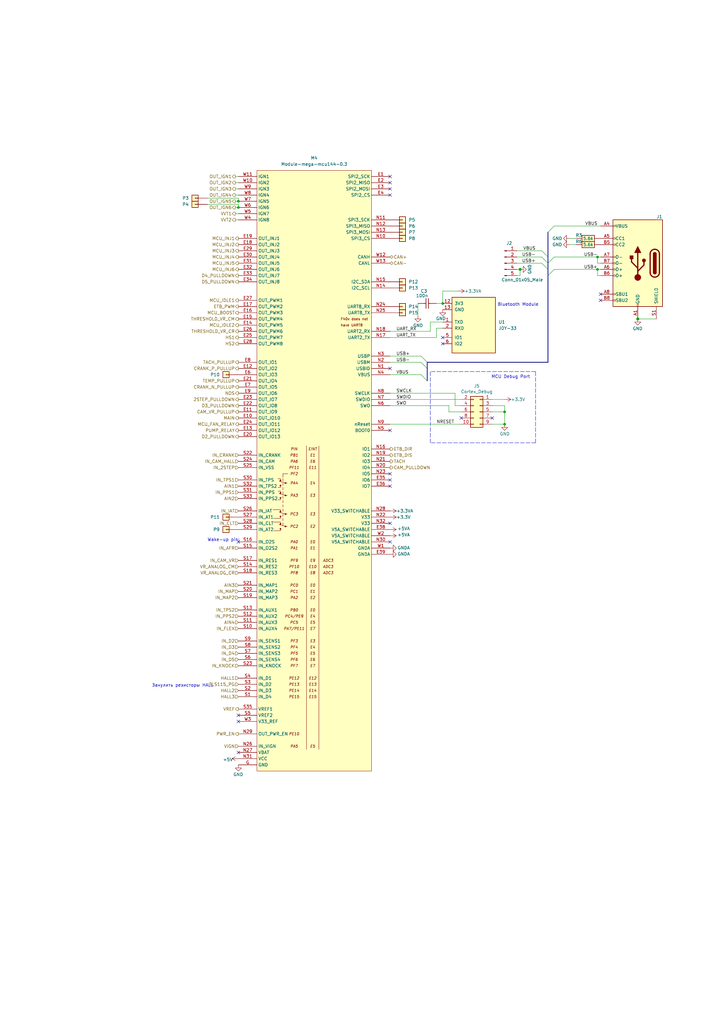
<source format=kicad_sch>
(kicad_sch (version 20230121) (generator eeschema)
  (paper "A3" portrait)
  (lib_symbols
    (symbol "Connector:Conn_01x05_Male" (pin_names (offset 1.016) hide)
      (property "Reference" "J" (at 0 7.62 0))
      (property "Value" "Conn_01x05_Male" (at 0 -7.62 0))
      (symbol "Conn_01x05_Male_1_1"
        (polyline (pts (xy 1.27 -5.08) (xy 0.8636 -5.08)) (stroke (width 0.1524)))
        (polyline (pts (xy 1.27 -2.54) (xy 0.8636 -2.54)) (stroke (width 0.1524)))
        (polyline (pts (xy 1.27 0) (xy 0.8636 0)) (stroke (width 0.1524)))
        (polyline (pts (xy 1.27 2.54) (xy 0.8636 2.54)) (stroke (width 0.1524)))
        (polyline (pts (xy 1.27 5.08) (xy 0.8636 5.08)) (stroke (width 0.1524)))
        (rectangle (start 0.8636 -4.953) (end 0 -5.207) (stroke (width 0.1524)) (fill (type outline)))
        (rectangle (start 0.8636 -2.413) (end 0 -2.667) (stroke (width 0.1524)) (fill (type outline)))
        (rectangle (start 0.8636 0.127) (end 0 -0.127) (stroke (width 0.1524)) (fill (type outline)))
        (rectangle (start 0.8636 2.667) (end 0 2.413) (stroke (width 0.1524)) (fill (type outline)))
        (rectangle (start 0.8636 5.207) (end 0 4.953) (stroke (width 0.1524)) (fill (type outline)))
        (pin passive line (at 5.08 5.08 180) (length 3.81) (name "Pin_1") (number "1"))
        (pin passive line (at 5.08 2.54 180) (length 3.81) (name "Pin_2") (number "2"))
        (pin passive line (at 5.08 0 180) (length 3.81) (name "Pin_3") (number "3"))
        (pin passive line (at 5.08 -2.54 180) (length 3.81) (name "Pin_4") (number "4"))
        (pin passive line (at 5.08 -5.08 180) (length 3.81) (name "Pin_5") (number "5"))
      )
    )
    (symbol "Connector:USB_C_Receptacle_USB2.0" (pin_names (offset 1.016))
      (property "Reference" "J" (at -10.16 19.05 0))
      (property "Value" "USB_C_Receptacle_USB2.0" (at 19.05 19.05 0))
      (symbol "USB_C_Receptacle_USB2.0_0_0"
        (rectangle (start -0.254 -17.78) (end 0.254 -16.764))
        (rectangle (start 10.16 -14.986) (end 9.144 -15.494))
        (rectangle (start 10.16 -12.446) (end 9.144 -12.954))
        (rectangle (start 10.16 -4.826) (end 9.144 -5.334))
        (rectangle (start 10.16 -2.286) (end 9.144 -2.794))
        (rectangle (start 10.16 0.254) (end 9.144 -0.254))
        (rectangle (start 10.16 2.794) (end 9.144 2.286))
        (rectangle (start 10.16 7.874) (end 9.144 7.366))
        (rectangle (start 10.16 10.414) (end 9.144 9.906))
        (rectangle (start 10.16 15.494) (end 9.144 14.986))
      )
      (symbol "USB_C_Receptacle_USB2.0_0_1"
        (rectangle (start -10.16 17.78) (end 10.16 -17.78) (stroke (width 0.254)) (fill (type background)))
        (arc (start -8.89 -3.81) (mid -6.985 -5.7067) (end -5.08 -3.81) (stroke (width 0.508)))
        (arc (start -7.62 -3.81) (mid -6.985 -4.4423) (end -6.35 -3.81) (stroke (width 0.254)))
        (arc (start -7.62 -3.81) (mid -6.985 -4.4423) (end -6.35 -3.81) (stroke (width 0.254)) (fill (type outline)))
        (rectangle (start -7.62 -3.81) (end -6.35 3.81) (stroke (width 0.254)) (fill (type outline)))
        (arc (start -6.35 3.81) (mid -6.985 4.4423) (end -7.62 3.81) (stroke (width 0.254)))
        (arc (start -6.35 3.81) (mid -6.985 4.4423) (end -7.62 3.81) (stroke (width 0.254)) (fill (type outline)))
        (arc (start -5.08 3.81) (mid -6.985 5.7067) (end -8.89 3.81) (stroke (width 0.508)))
        (circle (center -2.54 1.143) (radius 0.635) (stroke (width 0.254)) (fill (type outline)))
        (circle (center 0 -5.842) (radius 1.27) (fill (type outline)))
        (polyline (pts (xy -8.89 -3.81) (xy -8.89 3.81)) (stroke (width 0.508)))
        (polyline (pts (xy -5.08 3.81) (xy -5.08 -3.81)) (stroke (width 0.508)))
        (polyline (pts (xy 0 -5.842) (xy 0 4.318)) (stroke (width 0.508)))
        (polyline (pts (xy 0 -3.302) (xy -2.54 -0.762) (xy -2.54 0.508)) (stroke (width 0.508)))
        (polyline (pts (xy 0 -2.032) (xy 2.54 0.508) (xy 2.54 1.778)) (stroke (width 0.508)))
        (polyline (pts (xy -1.27 4.318) (xy 0 6.858) (xy 1.27 4.318) (xy -1.27 4.318)) (stroke (width 0.254)) (fill (type outline)))
        (rectangle (start 1.905 1.778) (end 3.175 3.048) (stroke (width 0.254)) (fill (type outline)))
      )
      (symbol "USB_C_Receptacle_USB2.0_1_1"
        (pin passive line (at 0 -22.86 90) (length 5.08) (name "GND") (number "A1"))
        (pin passive line (at 0 -22.86 90) (length 5.08) hide (name "GND") (number "A12"))
        (pin passive line (at 15.24 15.24 180) (length 5.08) (name "VBUS") (number "A4"))
        (pin bidirectional line (at 15.24 10.16 180) (length 5.08) (name "CC1") (number "A5"))
        (pin bidirectional line (at 15.24 -2.54 180) (length 5.08) (name "D+") (number "A6"))
        (pin bidirectional line (at 15.24 2.54 180) (length 5.08) (name "D-") (number "A7"))
        (pin bidirectional line (at 15.24 -12.7 180) (length 5.08) (name "SBU1") (number "A8"))
        (pin passive line (at 15.24 15.24 180) (length 5.08) hide (name "VBUS") (number "A9"))
        (pin passive line (at 0 -22.86 90) (length 5.08) hide (name "GND") (number "B1"))
        (pin passive line (at 0 -22.86 90) (length 5.08) hide (name "GND") (number "B12"))
        (pin passive line (at 15.24 15.24 180) (length 5.08) hide (name "VBUS") (number "B4"))
        (pin bidirectional line (at 15.24 7.62 180) (length 5.08) (name "CC2") (number "B5"))
        (pin bidirectional line (at 15.24 -5.08 180) (length 5.08) (name "D+") (number "B6"))
        (pin bidirectional line (at 15.24 0 180) (length 5.08) (name "D-") (number "B7"))
        (pin bidirectional line (at 15.24 -15.24 180) (length 5.08) (name "SBU2") (number "B8"))
        (pin passive line (at 15.24 15.24 180) (length 5.08) hide (name "VBUS") (number "B9"))
        (pin passive line (at -7.62 -22.86 90) (length 5.08) (name "SHIELD") (number "S1"))
      )
    )
    (symbol "Connector_Generic:Conn_02x05_Odd_Even" (pin_names (offset 1.016) hide)
      (property "Reference" "J" (at 1.27 7.62 0))
      (property "Value" "Conn_02x05_Odd_Even" (at 1.27 -7.62 0))
      (symbol "Conn_02x05_Odd_Even_1_1"
        (rectangle (start -1.27 -4.953) (end 0 -5.207) (stroke (width 0.1524)))
        (rectangle (start -1.27 -2.413) (end 0 -2.667) (stroke (width 0.1524)))
        (rectangle (start -1.27 0.127) (end 0 -0.127) (stroke (width 0.1524)))
        (rectangle (start -1.27 2.667) (end 0 2.413) (stroke (width 0.1524)))
        (rectangle (start -1.27 5.207) (end 0 4.953) (stroke (width 0.1524)))
        (rectangle (start -1.27 6.35) (end 3.81 -6.35) (stroke (width 0.254)) (fill (type background)))
        (rectangle (start 3.81 -4.953) (end 2.54 -5.207) (stroke (width 0.1524)))
        (rectangle (start 3.81 -2.413) (end 2.54 -2.667) (stroke (width 0.1524)))
        (rectangle (start 3.81 0.127) (end 2.54 -0.127) (stroke (width 0.1524)))
        (rectangle (start 3.81 2.667) (end 2.54 2.413) (stroke (width 0.1524)))
        (rectangle (start 3.81 5.207) (end 2.54 4.953) (stroke (width 0.1524)))
        (pin passive line (at -5.08 5.08 0) (length 3.81) (name "Pin_1") (number "1"))
        (pin passive line (at 7.62 -5.08 180) (length 3.81) (name "Pin_10") (number "10"))
        (pin passive line (at 7.62 5.08 180) (length 3.81) (name "Pin_2") (number "2"))
        (pin passive line (at -5.08 2.54 0) (length 3.81) (name "Pin_3") (number "3"))
        (pin passive line (at 7.62 2.54 180) (length 3.81) (name "Pin_4") (number "4"))
        (pin passive line (at -5.08 0 0) (length 3.81) (name "Pin_5") (number "5"))
        (pin passive line (at 7.62 0 180) (length 3.81) (name "Pin_6") (number "6"))
        (pin passive line (at -5.08 -2.54 0) (length 3.81) (name "Pin_7") (number "7"))
        (pin passive line (at 7.62 -2.54 180) (length 3.81) (name "Pin_8") (number "8"))
        (pin passive line (at -5.08 -5.08 0) (length 3.81) (name "Pin_9") (number "9"))
      )
    )
    (symbol "JDY-33:JDY-33" (pin_names (offset 1.016))
      (property "Reference" "U" (at -15.24 31.115 0))
      (property "Value" "JDY-33" (at -15.24 -30.48 0))
      (symbol "JDY-33_0_1"
        (rectangle (start 0 11.938) (end 17.78 -10.922) (stroke (width 0.254)) (fill (type background)))
      )
      (symbol "JDY-33_1_1"
        (pin output line (at -3.81 1.778 0) (length 3.81) (name "TXD") (number "1"))
        (pin power_in line (at -3.81 9.398 0) (length 3.81) (name "3V3") (number "12"))
        (pin power_in line (at -3.81 6.858 0) (length 3.81) (name "GND") (number "13"))
        (pin input line (at -3.81 -0.762 0) (length 3.81) (name "RXD") (number "2"))
        (pin passive line (at -3.81 -4.572 0) (length 3.81) (name "IO1") (number "5"))
        (pin passive line (at -3.81 -7.112 0) (length 3.81) (name "IO2") (number "6"))
      )
    )
    (symbol "hellen-one-common:Cap" (pin_numbers hide)
      (property "Reference" "C" (at -3.81 2.54 0))
      (property "Value" "Cap" (at -2.54 -1.27 0))
      (symbol "Cap_1_0"
        (polyline (pts (xy -1.27 0) (xy -0.508 0)) (stroke (width 0.254)))
        (polyline (pts (xy -0.508 -2.032) (xy -0.508 2.032)) (stroke (width 0.254)))
        (polyline (pts (xy 0.508 2.032) (xy 0.508 -2.032)) (stroke (width 0.254)))
        (polyline (pts (xy 1.27 0) (xy 0.508 0)) (stroke (width 0.254)))
        (pin passive line (at -3.81 0 0) (length 2.54) (name "") (number "1"))
        (pin passive line (at 3.81 0 180) (length 2.54) (name "") (number "2"))
      )
    )
    (symbol "hellen-one-common:Pad" (pin_numbers hide) (pin_names (offset 1.016) hide)
      (property "Reference" "P" (at 2.54 0 0))
      (symbol "Pad_1_1"
        (rectangle (start -1.27 0.127) (end 0 -0.127) (stroke (width 0.1524)))
        (rectangle (start -1.27 1.27) (end 1.27 -1.27) (stroke (width 0.254)) (fill (type background)))
        (pin passive line (at -5.08 0 0) (length 3.81) (name "Pin_1") (number "1"))
      )
    )
    (symbol "hellen-one-common:Res" (pin_numbers hide)
      (property "Reference" "R" (at 3.81 2.54 0))
      (property "Value" "Res" (at 5.08 -2.54 0))
      (symbol "Res_1_0"
        (rectangle (start 2.54 -1.27) (end 7.62 1.27) (stroke (width 0.254)) (fill (type background)))
        (pin passive line (at 0 0 0) (length 2.54) (name "") (number "1"))
        (pin passive line (at 10.16 0 180) (length 2.54) (name "") (number "2"))
      )
    )
    (symbol "mega-mcu144:Module-mega-mcu144-0.3"
      (property "Reference" "M1000" (at 7.62 2.54 0))
      (property "Value" "Module-mega-mcu144-0.3" (at 7.62 -246.38 0))
      (symbol "Module-mega-mcu144-0.3_0_1"
        (polyline (pts (xy 16.764 -142.748) (xy 19.304 -143.51)))
        (polyline (pts (xy 16.764 -137.668) (xy 19.304 -138.43)))
        (polyline (pts (xy 16.764 -130.048) (xy 19.304 -130.81)))
        (polyline (pts (xy 16.764 -124.968) (xy 19.304 -125.73)))
        (polyline (pts (xy 18.288 -143.002) (xy 18.288 -141.986)))
        (polyline (pts (xy 18.288 -141.224) (xy 18.288 -140.208)))
        (polyline (pts (xy 18.288 -139.446) (xy 18.288 -138.43)))
        (polyline (pts (xy 18.288 -137.414) (xy 18.288 -136.398)))
        (polyline (pts (xy 18.288 -135.636) (xy 18.288 -134.62)))
        (polyline (pts (xy 18.288 -133.858) (xy 18.288 -132.842)))
        (polyline (pts (xy 18.288 -132.08) (xy 18.288 -131.064)))
        (polyline (pts (xy 18.288 -130.302) (xy 18.288 -129.286)))
        (polyline (pts (xy 18.288 -128.524) (xy 18.288 -127.508)))
        (polyline (pts (xy 18.288 -126.746) (xy 18.288 -125.73)))
        (polyline (pts (xy 18.288 -124.968) (xy 18.288 -123.952)))
        (polyline (pts (xy 18.288 -123.444) (xy 18.288 -121.92)))
        (polyline (pts (xy 18.288 -121.92) (xy 20.32 -121.92)))
        (polyline (pts (xy 19.304 -143.51) (xy 20.066 -143.51)))
        (polyline (pts (xy 19.304 -138.43) (xy 20.066 -138.43)))
        (polyline (pts (xy 19.304 -130.81) (xy 20.066 -130.81)))
        (polyline (pts (xy 19.304 -125.73) (xy 20.066 -125.73)))
        (polyline (pts (xy 17.272 -144.526) (xy 17.272 -145.288) (xy 14.478 -145.288)))
        (polyline (pts (xy 17.272 -142.494) (xy 17.272 -141.732) (xy 14.478 -141.732)))
        (polyline (pts (xy 17.272 -139.446) (xy 17.272 -140.208) (xy 14.478 -140.208)))
        (polyline (pts (xy 17.272 -137.414) (xy 17.272 -136.652) (xy 14.224 -136.652)))
        (polyline (pts (xy 17.272 -131.826) (xy 17.272 -132.588) (xy 16.256 -132.588)))
        (polyline (pts (xy 17.272 -129.794) (xy 17.272 -129.032) (xy 16.256 -129.032)))
        (polyline (pts (xy 17.272 -126.746) (xy 17.272 -127.508) (xy 16.256 -127.508)))
        (polyline (pts (xy 17.272 -124.714) (xy 17.272 -123.952) (xy 16.256 -123.952)))
        (circle (center 17.272 -144.526) (radius 0.254) (fill (type outline)))
        (circle (center 17.272 -142.494) (radius 0.254) (fill (type outline)))
        (circle (center 17.272 -139.446) (radius 0.254) (fill (type outline)))
        (circle (center 17.272 -137.414) (radius 0.254) (fill (type outline)))
        (circle (center 17.272 -131.826) (radius 0.254) (fill (type outline)))
        (circle (center 17.272 -129.794) (radius 0.254) (fill (type outline)))
        (circle (center 17.272 -126.746) (radius 0.254) (fill (type outline)))
        (circle (center 17.272 -124.714) (radius 0.254) (fill (type outline)))
        (circle (center 19.304 -143.51) (radius 0.254) (fill (type outline)))
        (circle (center 19.304 -138.43) (radius 0.254) (fill (type outline)))
        (circle (center 19.304 -130.81) (radius 0.254) (fill (type outline)))
        (circle (center 19.304 -125.73) (radius 0.254) (fill (type outline)))
      )
      (symbol "Module-mega-mcu144-0.3_1_0"
        (polyline (pts (xy 27.94 -110.49) (xy 27.94 -234.95)))
        (polyline (pts (xy 33.02 -110.49) (xy 33.02 -234.95)))
        (rectangle (start 7.62 2.54) (end 54.61 -243.84) (fill (type background)))
        (text "ADC3" (at 36.83 -162.56 0) (effects (font (size 1.1 1.1) italic)))
        (text "ADC3" (at 36.83 -160.02 0) (effects (font (size 1.1 1.1) italic)))
        (text "ADC3" (at 36.83 -157.48 0) (effects (font (size 1.1 1.1) italic)))
        (text "E0" (at 30.48 -177.8 0) (effects (font (size 1.1 1.1) italic)))
        (text "E0" (at 30.48 -167.64 0) (effects (font (size 1.1 1.1) italic)))
        (text "E0" (at 30.48 -149.86 0) (effects (font (size 1.1 1.1) italic)))
        (text "E1" (at 30.48 -170.18 0) (effects (font (size 1.1 1.1) italic)))
        (text "E1" (at 30.48 -152.4 0) (effects (font (size 1.1 1.1) italic)))
        (text "E1" (at 30.48 -114.3 0) (effects (font (size 1.1 1.1) italic)))
        (text "E10" (at 30.48 -160.02 0) (effects (font (size 1.1 1.1) italic)))
        (text "E11" (at 30.48 -119.38 0) (effects (font (size 1.1 1.1) italic)))
        (text "E12" (at 30.48 -205.74 0) (effects (font (size 1.1 1.1) italic)))
        (text "E13" (at 30.48 -208.28 0) (effects (font (size 1.1 1.1) italic)))
        (text "E14" (at 30.48 -210.82 0) (effects (font (size 1.1 1.1) italic)))
        (text "E15" (at 30.48 -213.36 0) (effects (font (size 1.1 1.1) italic)))
        (text "E2" (at 30.48 -172.72 0) (effects (font (size 1.1 1.1) italic)))
        (text "E2" (at 30.48 -143.51 0) (effects (font (size 1.1 1.1) italic)))
        (text "E3" (at 30.48 -190.5 0) (effects (font (size 1.1 1.1) italic)))
        (text "E3" (at 30.48 -138.43 0) (effects (font (size 1.1 1.1) italic)))
        (text "E3" (at 30.48 -130.81 0) (effects (font (size 1.1 1.1) italic)))
        (text "E4" (at 30.48 -193.04 0) (effects (font (size 1.1 1.1) italic)))
        (text "E4" (at 30.48 -180.34 0) (effects (font (size 1.1 1.1) italic)))
        (text "E4" (at 30.48 -125.73 0) (effects (font (size 1.1 1.1) italic)))
        (text "E5" (at 30.48 -233.68 0) (effects (font (size 1.1 1.1) italic)))
        (text "E5" (at 30.48 -195.58 0) (effects (font (size 1.1 1.1) italic)))
        (text "E5" (at 30.48 -182.88 0) (effects (font (size 1.1 1.1) italic)))
        (text "E6" (at 30.48 -198.12 0) (effects (font (size 1.1 1.1) italic)))
        (text "E6" (at 30.48 -116.84 0) (effects (font (size 1.1 1.1) italic)))
        (text "E7" (at 30.48 -200.66 0) (effects (font (size 1.1 1.1) italic)))
        (text "E7" (at 30.48 -185.42 0) (effects (font (size 1.1 1.1) italic)))
        (text "E8" (at 30.48 -162.56 0) (effects (font (size 1.1 1.1) italic)))
        (text "E9" (at 30.48 -157.48 0) (effects (font (size 1.1 1.1) italic)))
        (text "EINT" (at 30.48 -111.76 0) (effects (font (size 1.1 1.1) italic)))
        (text "F40x does not" (at 41.91 -58.42 0) (effects (font (size 1.016 1.016)) (justify left)))
        (text "have UART8" (at 41.91 -60.96 0) (effects (font (size 1.016 1.016)) (justify left)))
        (text "PA0" (at 22.86 -149.86 0) (effects (font (size 1.1 1.1) italic)))
        (text "PA1" (at 22.86 -152.4 0) (effects (font (size 1.1 1.1) italic)))
        (text "PA2" (at 22.86 -172.72 0) (effects (font (size 1.1 1.1) italic)))
        (text "PA3" (at 22.86 -130.81 0) (effects (font (size 1.1 1.1) italic)))
        (text "PA4" (at 22.86 -125.73 0) (effects (font (size 1.1 1.1) italic)))
        (text "PA5" (at 22.86 -233.68 0) (effects (font (size 1.1 1.1) italic)))
        (text "PA6" (at 22.86 -116.84 0) (effects (font (size 1.1 1.1) italic)))
        (text "PA7/PE11" (at 22.86 -185.42 0) (effects (font (size 1.1 1.1) italic)))
        (text "PB0" (at 22.86 -177.8 0) (effects (font (size 1.1 1.1) italic)))
        (text "PB1" (at 22.86 -114.3 0) (effects (font (size 1.1 1.1) italic)))
        (text "PC0" (at 22.86 -167.64 0) (effects (font (size 1.1 1.1) italic)))
        (text "PC1" (at 22.86 -170.18 0) (effects (font (size 1.1 1.1) italic)))
        (text "PC2" (at 22.86 -143.51 0) (effects (font (size 1.1 1.1) italic)))
        (text "PC3" (at 22.86 -138.43 0) (effects (font (size 1.1 1.1) italic)))
        (text "PC4/PE9" (at 22.86 -180.34 0) (effects (font (size 1.1 1.1) italic)))
        (text "PC5" (at 22.86 -182.88 0) (effects (font (size 1.1 1.1) italic)))
        (text "PE10" (at 22.86 -228.6 0) (effects (font (size 1.1 1.1) italic)))
        (text "PE12" (at 22.86 -205.74 0) (effects (font (size 1.1 1.1) italic)))
        (text "PE13" (at 22.86 -208.28 0) (effects (font (size 1.1 1.1) italic)))
        (text "PE14" (at 22.86 -210.82 0) (effects (font (size 1.1 1.1) italic)))
        (text "PE15" (at 22.86 -213.36 0) (effects (font (size 1.1 1.1) italic)))
        (text "PF10" (at 22.86 -160.02 0) (effects (font (size 1.1 1.1) italic)))
        (text "PF11" (at 22.86 -119.38 0) (effects (font (size 1.1 1.1) italic)))
        (text "PF2" (at 22.86 -121.92 0) (effects (font (size 1.1 1.1) italic)))
        (text "PF3" (at 22.86 -190.5 0) (effects (font (size 1.1 1.1) italic)))
        (text "PF4" (at 22.86 -193.04 0) (effects (font (size 1.1 1.1) italic)))
        (text "PF5" (at 22.86 -195.58 0) (effects (font (size 1.1 1.1) italic)))
        (text "PF6" (at 22.86 -198.12 0) (effects (font (size 1.1 1.1) italic)))
        (text "PF7" (at 22.86 -200.66 0) (effects (font (size 1.1 1.1) italic)))
        (text "PF8" (at 22.86 -162.56 0) (effects (font (size 1.1 1.1) italic)))
        (text "PF9" (at 22.86 -157.48 0) (effects (font (size 1.1 1.1) italic)))
        (text "PIN" (at 22.86 -111.76 0) (effects (font (size 1.1 1.1) italic)))
        (pin passive line (at 62.23 0 180) (length 7.62) (name "SPI2_SCK") (number "E1"))
        (pin passive line (at 0 -99.06 0) (length 7.62) (name "OUT_IO10") (number "E10"))
        (pin passive line (at 0 -96.52 0) (length 7.62) (name "OUT_IO9") (number "E11"))
        (pin passive line (at 0 -78.74 0) (length 7.62) (name "OUT_IO2") (number "E12"))
        (pin passive line (at 0 -104.14 0) (length 7.62) (name "OUT_IO12") (number "E13"))
        (pin passive line (at 0 -60.96 0) (length 7.62) (name "OUT_PWM5") (number "E14"))
        (pin passive line (at 0 -58.42 0) (length 7.62) (name "OUT_PWM4") (number "E15"))
        (pin passive line (at 0 -55.88 0) (length 7.62) (name "OUT_PWM3") (number "E16"))
        (pin passive line (at 0 -53.34 0) (length 7.62) (name "OUT_PWM2") (number "E17"))
        (pin passive line (at 0 -27.94 0) (length 7.62) (name "OUT_INJ2") (number "E18"))
        (pin passive line (at 0 -25.4 0) (length 7.62) (name "OUT_INJ1") (number "E19"))
        (pin passive line (at 62.23 -2.54 180) (length 7.62) (name "SPI2_MISO") (number "E2"))
        (pin passive line (at 0 -106.68 0) (length 7.62) (name "OUT_IO13") (number "E20"))
        (pin passive line (at 0 -83.82 0) (length 7.62) (name "OUT_IO4") (number "E21"))
        (pin passive line (at 0 -93.98 0) (length 7.62) (name "OUT_IO8") (number "E22"))
        (pin passive line (at 0 -91.44 0) (length 7.62) (name "OUT_IO7") (number "E23"))
        (pin passive line (at 0 -101.6 0) (length 7.62) (name "OUT_IO11") (number "E24"))
        (pin passive line (at 0 -66.04 0) (length 7.62) (name "OUT_PWM7") (number "E25"))
        (pin passive line (at 0 -63.5 0) (length 7.62) (name "OUT_PWM6") (number "E26"))
        (pin passive line (at 0 -50.8 0) (length 7.62) (name "OUT_PWM1") (number "E27"))
        (pin passive line (at 0 -68.58 0) (length 7.62) (name "OUT_PWM8") (number "E28"))
        (pin passive line (at 0 -30.48 0) (length 7.62) (name "OUT_INJ3") (number "E29"))
        (pin passive line (at 62.23 -5.08 180) (length 7.62) (name "SPI2_MOSI") (number "E3"))
        (pin passive line (at 0 -33.02 0) (length 7.62) (name "OUT_INJ4") (number "E30"))
        (pin passive line (at 0 -35.56 0) (length 7.62) (name "OUT_INJ5") (number "E31"))
        (pin passive line (at 0 -38.1 0) (length 7.62) (name "OUT_INJ6") (number "E32"))
        (pin passive line (at 0 -40.64 0) (length 7.62) (name "OUT_INJ7") (number "E33"))
        (pin passive line (at 0 -43.18 0) (length 7.62) (name "OUT_INJ8") (number "E34"))
        (pin passive line (at 62.23 -124.46 180) (length 7.62) (name "IO6") (number "E35"))
        (pin passive line (at 62.23 -127 180) (length 7.62) (name "IO7") (number "E36"))
        (pin passive line (at 62.23 -144.78 180) (length 7.62) (name "V5A_SWITCHABLE") (number "E38"))
        (pin passive line (at 62.23 -154.94 180) (length 7.62) (name "GNDA") (number "E39"))
        (pin passive line (at 62.23 -7.62 180) (length 7.62) (name "SPI2_CS") (number "E4"))
        (pin passive line (at 0 -81.28 0) (length 7.62) (name "OUT_IO3") (number "E6"))
        (pin passive line (at 0 -86.36 0) (length 7.62) (name "OUT_IO5") (number "E7"))
        (pin passive line (at 0 -76.2 0) (length 7.62) (name "OUT_IO1") (number "E8"))
        (pin passive line (at 0 -88.9 0) (length 7.62) (name "OUT_IO6") (number "E9"))
        (pin passive line (at 0 -241.3 0) (length 7.62) (name "GND") (number "G"))
        (pin passive line (at 62.23 -78.74 180) (length 7.62) (name "USBID") (number "N1"))
        (pin passive line (at 62.23 -25.4 180) (length 7.62) (name "SPI3_CS") (number "N10"))
        (pin passive line (at 62.23 -17.78 180) (length 7.62) (name "SPI3_SCK") (number "N11"))
        (pin passive line (at 62.23 -20.32 180) (length 7.62) (name "SPI3_MISO") (number "N12"))
        (pin passive line (at 62.23 -22.86 180) (length 7.62) (name "SPI3_MOSI") (number "N13"))
        (pin passive line (at 62.23 -45.72 180) (length 7.62) (name "I2C_SCL") (number "N14"))
        (pin passive line (at 62.23 -43.18 180) (length 7.62) (name "I2C_SDA") (number "N15"))
        (pin passive line (at 62.23 -111.76 180) (length 7.62) (name "IO1") (number "N16"))
        (pin passive line (at 62.23 -66.04 180) (length 7.62) (name "UART2_TX") (number "N17"))
        (pin passive line (at 62.23 -63.5 180) (length 7.62) (name "UART2_RX") (number "N18"))
        (pin passive line (at 62.23 -114.3 180) (length 7.62) (name "IO2") (number "N19"))
        (pin passive line (at 62.23 -76.2 180) (length 7.62) (name "USBM") (number "N2"))
        (pin passive line (at 62.23 -119.38 180) (length 7.62) (name "IO4") (number "N20"))
        (pin passive line (at 62.23 -116.84 180) (length 7.62) (name "IO3") (number "N21"))
        (pin passive line (at 62.23 -139.7 180) (length 7.62) (name "V33") (number "N22"))
        (pin passive line (at 62.23 -121.92 180) (length 7.62) (name "IO5") (number "N23"))
        (pin passive line (at 62.23 -53.34 180) (length 7.62) (name "UART8_RX") (number "N24"))
        (pin passive line (at 62.23 -55.88 180) (length 7.62) (name "UART8_TX") (number "N25"))
        (pin passive line (at 0 -233.68 0) (length 7.62) (name "IN_VIGN") (number "N26"))
        (pin passive line (at 0 -236.22 0) (length 7.62) (name "VBAT") (number "N27"))
        (pin passive line (at 62.23 -137.16 180) (length 7.62) (name "V33_SWITCHABLE") (number "N28"))
        (pin passive line (at 0 -228.6 0) (length 7.62) (name "OUT_PWR_EN") (number "N29"))
        (pin passive line (at 62.23 -73.66 180) (length 7.62) (name "USBP") (number "N3"))
        (pin passive line (at 62.23 -149.86 180) (length 7.62) (name "V5A_SWITCHABLE") (number "N30"))
        (pin passive line (at 0 -238.76 0) (length 7.62) (name "VCC") (number "N31"))
        (pin passive line (at 62.23 -142.24 180) (length 7.62) (name "V33") (number "N32"))
        (pin passive line (at 62.23 -81.28 180) (length 7.62) (name "VBUS") (number "N4"))
        (pin passive line (at 62.23 -104.14 180) (length 7.62) (name "BOOT0") (number "N5"))
        (pin passive line (at 62.23 -93.98 180) (length 7.62) (name "SWO") (number "N6"))
        (pin passive line (at 62.23 -91.44 180) (length 7.62) (name "SWDIO") (number "N7"))
        (pin passive line (at 62.23 -88.9 180) (length 7.62) (name "SWCLK") (number "N8"))
        (pin passive line (at 62.23 -101.6 180) (length 7.62) (name "nReset") (number "N9"))
        (pin passive line (at 0 -213.36 0) (length 7.62) (name "IN_D4") (number "S1"))
        (pin passive line (at 0 -185.42 0) (length 7.62) (name "IN_AUX4") (number "S10"))
        (pin passive line (at 0 -182.88 0) (length 7.62) (name "IN_AUX3") (number "S11"))
        (pin passive line (at 0 -180.34 0) (length 7.62) (name "IN_AUX2") (number "S12"))
        (pin passive line (at 0 -177.8 0) (length 7.62) (name "IN_AUX1") (number "S13"))
        (pin passive line (at 0 -160.02 0) (length 7.62) (name "IN_RES2") (number "S14"))
        (pin passive line (at 0 -152.4 0) (length 7.62) (name "IN_O2S2") (number "S15"))
        (pin passive line (at 0 -149.86 0) (length 7.62) (name "IN_O2S") (number "S16"))
        (pin passive line (at 0 -157.48 0) (length 7.62) (name "IN_RES1") (number "S17"))
        (pin passive line (at 0 -162.56 0) (length 7.62) (name "IN_RES3") (number "S18"))
        (pin passive line (at 0 -172.72 0) (length 7.62) (name "IN_MAP3") (number "S19"))
        (pin passive line (at 0 -210.82 0) (length 7.62) (name "IN_D3") (number "S2"))
        (pin passive line (at 0 -170.18 0) (length 7.62) (name "IN_MAP2") (number "S20"))
        (pin passive line (at 0 -167.64 0) (length 7.62) (name "IN_MAP1") (number "S21"))
        (pin passive line (at 0 -114.3 0) (length 7.62) (name "IN_CRANK") (number "S22"))
        (pin passive line (at 0 -200.66 0) (length 7.62) (name "IN_KNOCK") (number "S23"))
        (pin passive line (at 0 -116.84 0) (length 7.62) (name "IN_CAM") (number "S24"))
        (pin passive line (at 0 -119.38 0) (length 7.62) (name "IN_VSS") (number "S25"))
        (pin passive line (at 0 -137.16 0) (length 7.62) (name "IN_IAT") (number "S26"))
        (pin passive line (at 0 -139.7 0) (length 7.62) (name "IN_AT1") (number "S27"))
        (pin passive line (at 0 -142.24 0) (length 7.62) (name "IN_CLT") (number "S28"))
        (pin passive line (at 0 -144.78 0) (length 7.62) (name "IN_AT2") (number "S29"))
        (pin passive line (at 0 -208.28 0) (length 7.62) (name "IN_D2") (number "S3"))
        (pin passive line (at 0 -124.46 0) (length 7.62) (name "IN_TPS") (number "S30"))
        (pin passive line (at 0 -129.54 0) (length 7.62) (name "IN_PPS") (number "S31"))
        (pin passive line (at 0 -127 0) (length 7.62) (name "IN_TPS2") (number "S32"))
        (pin passive line (at 0 -132.08 0) (length 7.62) (name "IN_PPS2") (number "S33"))
        (pin passive line (at 0 -218.44 0) (length 7.62) (name "VREF1") (number "S35"))
        (pin passive line (at 0 -205.74 0) (length 7.62) (name "IN_D1") (number "S4"))
        (pin passive line (at 0 -220.98 0) (length 7.62) (name "VREF2") (number "S5"))
        (pin passive line (at 0 -198.12 0) (length 7.62) (name "IN_SENS4") (number "S6"))
        (pin passive line (at 0 -195.58 0) (length 7.62) (name "IN_SENS3") (number "S7"))
        (pin passive line (at 0 -193.04 0) (length 7.62) (name "IN_SENS2") (number "S8"))
        (pin passive line (at 0 -190.5 0) (length 7.62) (name "IN_SENS1") (number "S9"))
        (pin passive line (at 62.23 -152.4 180) (length 7.62) (name "GNDA") (number "W1"))
        (pin passive line (at 0 -2.54 0) (length 7.62) (name "IGN2") (number "W10"))
        (pin passive line (at 0 0 0) (length 7.62) (name "IGN1") (number "W11"))
        (pin passive line (at 62.23 -33.02 180) (length 7.62) (name "CANH") (number "W12"))
        (pin passive line (at 62.23 -35.56 180) (length 7.62) (name "CANL") (number "W13"))
        (pin passive line (at 62.23 -147.32 180) (length 7.62) (name "V5A_SWITCHABLE") (number "W2"))
        (pin passive line (at 0 -223.52 0) (length 7.62) (name "V33_REF") (number "W3"))
        (pin passive line (at 0 -17.78 0) (length 7.62) (name "IGN8") (number "W4"))
        (pin passive line (at 0 -15.24 0) (length 7.62) (name "IGN7") (number "W5"))
        (pin passive line (at 0 -12.7 0) (length 7.62) (name "IGN6") (number "W6"))
        (pin passive line (at 0 -10.16 0) (length 7.62) (name "IGN5") (number "W7"))
        (pin passive line (at 0 -7.62 0) (length 7.62) (name "IGN4") (number "W8"))
        (pin passive line (at 0 -5.08 0) (length 7.62) (name "IGN3") (number "W9"))
      )
    )
    (symbol "power:+3.3V" (power) (pin_names (offset 0))
      (property "Value" "+3.3V" (at 0 3.556 0))
      (symbol "+3.3V_0_1"
        (polyline (pts (xy -0.762 1.27) (xy 0 2.54)))
        (polyline (pts (xy 0 0) (xy 0 2.54)))
        (polyline (pts (xy 0 2.54) (xy 0.762 1.27)))
      )
      (symbol "+3.3V_1_1"
        (pin power_in line (at 0 0 90) (length 0) hide (name "+3.3V") (number "1"))
      )
    )
    (symbol "power:+3.3VA" (power) (pin_names (offset 0))
      (property "Value" "+3.3VA" (at 0 3.556 0))
      (symbol "+3.3VA_0_1"
        (polyline (pts (xy -0.762 1.27) (xy 0 2.54)))
        (polyline (pts (xy 0 0) (xy 0 2.54)))
        (polyline (pts (xy 0 2.54) (xy 0.762 1.27)))
      )
      (symbol "+3.3VA_1_1"
        (pin power_in line (at 0 0 90) (length 0) hide (name "+3.3VA") (number "1"))
      )
    )
    (symbol "power:+5V" (power) (pin_names (offset 0))
      (property "Value" "+5V" (at 0 3.556 0))
      (symbol "+5V_0_1"
        (polyline (pts (xy -0.762 1.27) (xy 0 2.54)))
        (polyline (pts (xy 0 0) (xy 0 2.54)))
        (polyline (pts (xy 0 2.54) (xy 0.762 1.27)))
      )
      (symbol "+5V_1_1"
        (pin power_in line (at 0 0 90) (length 0) hide (name "+5V") (number "1"))
      )
    )
    (symbol "power:+5VA" (power) (pin_names (offset 0))
      (property "Value" "+5VA" (at 0 3.556 0))
      (symbol "+5VA_0_1"
        (polyline (pts (xy -0.762 1.27) (xy 0 2.54)))
        (polyline (pts (xy 0 0) (xy 0 2.54)))
        (polyline (pts (xy 0 2.54) (xy 0.762 1.27)))
      )
      (symbol "+5VA_1_1"
        (pin power_in line (at 0 0 90) (length 0) hide (name "+5VA") (number "1"))
      )
    )
    (symbol "power:GND" (power) (pin_names (offset 0))
      (property "Value" "GND" (at 0 -3.81 0))
      (symbol "GND_0_1"
        (polyline (pts (xy 0 0) (xy 0 -1.27) (xy 1.27 -1.27) (xy 0 -2.54) (xy -1.27 -1.27) (xy 0 -1.27)))
      )
      (symbol "GND_1_1"
        (pin power_in line (at 0 0 270) (length 0) hide (name "GND") (number "1"))
      )
    )
    (symbol "power:GNDA" (power) (pin_names (offset 0))
      (property "Value" "GNDA" (at 0 -3.81 0))
      (symbol "GNDA_0_1"
        (polyline (pts (xy 0 0) (xy 0 -1.27) (xy 1.27 -1.27) (xy 0 -2.54) (xy -1.27 -1.27) (xy 0 -1.27)))
      )
      (symbol "GNDA_1_1"
        (pin power_in line (at 0 0 270) (length 0) hide (name "GNDA") (number "1"))
      )
    )
  )
  (junction (at 207.01 173.99))
  (junction (at 261.62 130.81) (diameter 1.016))
  (junction (at 245.11 110.49))
  (junction (at 97.79 85.09))
  (junction (at 213.36 110.49) (diameter 1.016))
  (junction (at 97.79 82.55))
  (junction (at 245.11 105.41))
  (junction (at 207.01 168.91))
  (junction (at 181.61 124.46))
  (no_connect (at 97.79 222.25))
  (no_connect (at 160.02 80.01))
  (no_connect (at 246.38 123.19))
  (no_connect (at 160.02 74.93))
  (no_connect (at 160.02 151.13))
  (no_connect (at 160.02 222.25))
  (no_connect (at 160.02 72.39))
  (no_connect (at 160.02 214.63))
  (no_connect (at 160.02 199.39))
  (no_connect (at 160.02 77.47))
  (no_connect (at 189.23 171.45))
  (no_connect (at 181.61 138.43))
  (no_connect (at 201.93 171.45))
  (no_connect (at 181.61 140.97))
  (no_connect (at 160.02 176.53))
  (no_connect (at 97.79 293.37))
  (no_connect (at 160.02 194.31))
  (no_connect (at 97.79 308.61))
  (no_connect (at 97.79 295.91))
  (no_connect (at 160.02 196.85))
  (no_connect (at 246.38 120.65))
  (bus_entry (at 222.25 105.41) (size 2.54 2.54))
  (bus_entry (at 227.33 110.49) (size -2.54 2.54) (stroke (width 0.1524)))
  (bus_entry (at 222.25 107.95) (size 2.54 2.54))
  (bus_entry (at 172.72 148.59) (size 2.54 2.54) (stroke (width 0.1524)))
  (bus_entry (at 222.25 102.87) (size 2.54 2.54))
  (bus_entry (at 172.72 153.67) (size 2.54 2.54) (stroke (width 0.1524)))
  (bus_entry (at 227.33 105.41) (size -2.54 2.54) (stroke (width 0.1524)))
  (bus_entry (at 172.72 146.05) (size 2.54 2.54) (stroke (width 0.1524)))
  (bus_entry (at 227.33 92.71) (size -2.54 2.54) (stroke (width 0.1524)))
  (bus (pts (xy 224.79 105.41) (xy 224.79 107.95)))
  (wire (pts (xy 181.61 119.38) (xy 181.61 124.46)))
  (bus (pts (xy 175.26 151.13) (xy 175.26 156.21)))
  (wire (pts (xy 176.53 135.89) (xy 176.53 132.08)))
  (wire (pts (xy 96.52 77.47) (xy 97.79 77.47)))
  (wire (pts (xy 96.52 87.63) (xy 97.79 87.63)))
  (wire (pts (xy 233.68 100.33) (xy 236.22 100.33)))
  (wire (pts (xy 179.07 124.46) (xy 181.61 124.46)))
  (wire (pts (xy 213.36 113.03) (xy 213.36 110.49)))
  (wire (pts (xy 160.02 138.43) (xy 179.07 138.43)))
  (wire (pts (xy 160.02 161.29) (xy 186.69 161.29)))
  (wire (pts (xy 160.02 163.83) (xy 189.23 163.83)))
  (wire (pts (xy 96.52 82.55) (xy 97.79 82.55)))
  (wire (pts (xy 246.38 110.49) (xy 245.11 110.49)))
  (wire (pts (xy 96.52 90.17) (xy 97.79 90.17)))
  (wire (pts (xy 233.68 97.79) (xy 236.22 97.79)))
  (wire (pts (xy 160.02 146.05) (xy 172.72 146.05)))
  (wire (pts (xy 189.23 166.37) (xy 186.69 166.37)))
  (wire (pts (xy 160.02 153.67) (xy 172.72 153.67)))
  (wire (pts (xy 160.02 135.89) (xy 176.53 135.89)))
  (wire (pts (xy 207.01 168.91) (xy 207.01 173.99)))
  (wire (pts (xy 96.52 72.39) (xy 97.79 72.39)))
  (wire (pts (xy 160.02 166.37) (xy 184.15 166.37)))
  (wire (pts (xy 189.23 168.91) (xy 184.15 168.91)))
  (wire (pts (xy 245.11 107.95) (xy 245.11 105.41)))
  (wire (pts (xy 207.01 163.83) (xy 201.93 163.83)))
  (wire (pts (xy 222.25 107.95) (xy 212.09 107.95)))
  (wire (pts (xy 207.01 173.99) (xy 201.93 173.99)))
  (polyline (pts (xy 176.53 181.61) (xy 176.53 152.4)) (stroke (width 0) (type dash)))
  (wire (pts (xy 96.52 85.09) (xy 97.79 85.09)))
  (wire (pts (xy 201.93 166.37) (xy 207.01 166.37)))
  (wire (pts (xy 245.11 113.03) (xy 245.11 110.49)))
  (wire (pts (xy 181.61 132.08) (xy 176.53 132.08)))
  (bus (pts (xy 224.79 113.03) (xy 224.79 148.59)))
  (polyline (pts (xy 219.71 152.4) (xy 176.53 152.4)) (stroke (width 0) (type dash)))
  (wire (pts (xy 171.45 129.54) (xy 171.45 124.46)))
  (wire (pts (xy 212.09 113.03) (xy 213.36 113.03)))
  (wire (pts (xy 245.11 110.49) (xy 227.33 110.49)))
  (wire (pts (xy 179.07 138.43) (xy 179.07 134.62)))
  (wire (pts (xy 160.02 148.59) (xy 172.72 148.59)))
  (wire (pts (xy 96.52 74.93) (xy 97.79 74.93)))
  (wire (pts (xy 96.52 80.01) (xy 97.79 80.01)))
  (wire (pts (xy 85.09 83.82) (xy 97.79 83.82)))
  (wire (pts (xy 160.02 173.99) (xy 189.23 173.99)))
  (wire (pts (xy 222.25 105.41) (xy 212.09 105.41)))
  (wire (pts (xy 269.24 130.81) (xy 261.62 130.81)))
  (bus (pts (xy 224.79 95.25) (xy 224.79 105.41)))
  (wire (pts (xy 184.15 168.91) (xy 184.15 166.37)))
  (wire (pts (xy 207.01 166.37) (xy 207.01 168.91)))
  (polyline (pts (xy 219.71 181.61) (xy 219.71 152.4)) (stroke (width 0) (type dash)))
  (wire (pts (xy 97.79 81.28) (xy 97.79 82.55)))
  (wire (pts (xy 246.38 113.03) (xy 245.11 113.03)))
  (wire (pts (xy 85.09 81.28) (xy 97.79 81.28)))
  (bus (pts (xy 224.79 148.59) (xy 175.26 148.59)))
  (wire (pts (xy 227.33 92.71) (xy 246.38 92.71)))
  (wire (pts (xy 186.69 166.37) (xy 186.69 161.29)))
  (wire (pts (xy 213.36 110.49) (xy 212.09 110.49)))
  (wire (pts (xy 97.79 83.82) (xy 97.79 85.09)))
  (wire (pts (xy 222.25 102.87) (xy 212.09 102.87)))
  (bus (pts (xy 224.79 107.95) (xy 224.79 110.49)))
  (bus (pts (xy 224.79 110.49) (xy 224.79 113.03)))
  (wire (pts (xy 181.61 119.38) (xy 187.96 119.38)))
  (wire (pts (xy 246.38 105.41) (xy 245.11 105.41)))
  (wire (pts (xy 246.38 107.95) (xy 245.11 107.95)))
  (polyline (pts (xy 219.71 181.61) (xy 176.53 181.61)) (stroke (width 0) (type dash)))
  (wire (pts (xy 245.11 105.41) (xy 227.33 105.41)))
  (bus (pts (xy 175.26 148.59) (xy 175.26 151.13)))
  (wire (pts (xy 201.93 168.91) (xy 207.01 168.91)))
  (wire (pts (xy 179.07 134.62) (xy 181.61 134.62)))
  (text "Занулить резисторы HALL" (at 62.23 281.94 0) (effects (font (size 1.27 1.27)) (justify left bottom)))
  (text "Bluetooth Module" (at 220.98 125.73 0) (effects (font (size 1.27 1.27)) (justify right bottom)))
  (text "MCU Debug Port" (at 217.4546 155.3723 0) (effects (font (size 1.27 1.27)) (justify right bottom)))
  (text "Wake-up pin:" (at 85.09 222.25 0) (effects (font (size 1.27 1.27)) (justify left bottom)))
  (label "USB-" (at 162.56 148.59 0))
  (label "SWDIO" (at 162.56 163.83 0))
  (label "VBUS" (at 214.63 102.87 0))
  (label "USB+" (at 245.11 110.49 180))
  (label "NRESET" (at 179.07 173.99 0))
  (label "VBUS" (at 162.56 153.67 0))
  (label "USB+" (at 219.71 107.95 180))
  (label "VBUS" (at 240.03 92.71 0))
  (label "USB-" (at 245.11 105.41 180))
  (label "UART_TX" (at 162.56 138.43 0))
  (label "SWO" (at 162.56 166.37 0))
  (label "USB+" (at 162.56 146.05 0))
  (label "UART_RX" (at 162.56 135.89 0))
  (label "SWCLK" (at 162.56 161.29 0))
  (label "USB-" (at 219.71 105.41 180))
  (hierarchical_label "IN_PPS2" (shape input) (at 97.79 252.73 180))
  (hierarchical_label "IN_TPS1" (shape input) (at 97.79 196.85 180))
  (hierarchical_label "MCU_INJ4" (shape output) (at 97.79 105.41 180))
  (hierarchical_label "OUT_IGN5" (shape output) (at 96.52 82.55 180))
  (hierarchical_label "AIN2" (shape input) (at 97.79 204.47 180))
  (hierarchical_label "AIN1" (shape input) (at 97.79 199.39 180))
  (hierarchical_label "HALL1" (shape input) (at 97.79 278.13 180))
  (hierarchical_label "IN_PPS1" (shape input) (at 97.79 201.93 180))
  (hierarchical_label "MCU_INJ3" (shape output) (at 97.79 102.87 180))
  (hierarchical_label "IN_D3" (shape input) (at 97.79 265.43 180))
  (hierarchical_label "IN_CAM_HALL" (shape input) (at 97.79 189.23 180))
  (hierarchical_label "AIN3" (shape input) (at 97.79 240.03 180))
  (hierarchical_label "IN_MAP" (shape input) (at 97.79 242.57 180))
  (hierarchical_label "ETB_DIR" (shape output) (at 160.02 184.15 0))
  (hierarchical_label "CRANK_P_PULLUP" (shape output) (at 97.79 151.13 180))
  (hierarchical_label "VVT2" (shape output) (at 96.52 90.17 180))
  (hierarchical_label "HALL3" (shape input) (at 97.79 285.75 180))
  (hierarchical_label "THRESHOLD_VR_CR" (shape output) (at 97.79 135.89 180))
  (hierarchical_label "ETB_DIS" (shape output) (at 160.02 186.69 0))
  (hierarchical_label "2STEP_PULLDOWN" (shape output) (at 97.79 163.83 180))
  (hierarchical_label "MCU_FAN_RELAY" (shape output) (at 97.79 173.99 180))
  (hierarchical_label "OUT_IGN1" (shape output) (at 96.52 72.39 180))
  (hierarchical_label "HS1" (shape output) (at 97.79 138.43 180))
  (hierarchical_label "OUT_IGN6" (shape output) (at 96.52 85.09 180))
  (hierarchical_label "IN_CLT" (shape input) (at 97.79 214.63 180))
  (hierarchical_label "TACH_PULLUP" (shape output) (at 97.79 148.59 180))
  (hierarchical_label "NOS" (shape output) (at 97.79 161.29 180))
  (hierarchical_label "IN_D4" (shape input) (at 97.79 267.97 180))
  (hierarchical_label "MCU_INJ1" (shape output) (at 97.79 97.79 180))
  (hierarchical_label "TACH" (shape output) (at 160.02 189.23 0))
  (hierarchical_label "PWR_EN" (shape output) (at 97.79 300.99 180))
  (hierarchical_label "OUT_IGN3" (shape output) (at 96.52 77.47 180))
  (hierarchical_label "HALL2" (shape input) (at 97.79 283.21 180))
  (hierarchical_label "MCU_IDLE2" (shape output) (at 97.79 133.35 180))
  (hierarchical_label "D2_PULLDOWN" (shape output) (at 97.79 179.07 180))
  (hierarchical_label "THRESHOLD_VR_CM" (shape output) (at 97.79 130.81 180))
  (hierarchical_label "PUMP_RELAY" (shape output) (at 97.79 176.53 180))
  (hierarchical_label "MCU_IDLE1" (shape output) (at 97.79 123.19 180))
  (hierarchical_label "OUT_IGN2" (shape output) (at 96.52 74.93 180))
  (hierarchical_label "IN_MAP2" (shape input) (at 97.79 245.11 180))
  (hierarchical_label "VVT1" (shape output) (at 96.52 87.63 180))
  (hierarchical_label "AIN4" (shape input) (at 97.79 255.27 180))
  (hierarchical_label "D5_PULLDOWN" (shape output) (at 97.79 115.57 180))
  (hierarchical_label "CAM_PULLDOWN" (shape output) (at 160.02 191.77 0))
  (hierarchical_label "D3_PULLDOWN" (shape output) (at 97.79 166.37 180))
  (hierarchical_label "ETB_PWM" (shape output) (at 97.79 125.73 180))
  (hierarchical_label "CAN-" (shape bidirectional) (at 160.02 107.95 0))
  (hierarchical_label "MCU_INJ2" (shape output) (at 97.79 100.33 180))
  (hierarchical_label "MCU_BOOST" (shape output) (at 97.79 128.27 180))
  (hierarchical_label "IN_KNOCK" (shape input) (at 97.79 273.05 180))
  (hierarchical_label "IN_IAT" (shape input) (at 97.79 209.55 180))
  (hierarchical_label "VR_ANALOG_CM" (shape input) (at 97.79 232.41 180))
  (hierarchical_label "CRANK_N_PULLUP" (shape output) (at 97.79 158.75 180))
  (hierarchical_label "VIGN" (shape input) (at 97.79 306.07 180))
  (hierarchical_label "D4_PULLDOWN" (shape output) (at 97.79 113.03 180))
  (hierarchical_label "HS2" (shape output) (at 97.79 140.97 180))
  (hierarchical_label "MCU_INJ5" (shape output) (at 97.79 107.95 180))
  (hierarchical_label "IN_FLEX" (shape input) (at 97.79 257.81 180))
  (hierarchical_label "OUT_IGN4" (shape output) (at 96.52 80.01 180))
  (hierarchical_label "VR_ANALOG_CR" (shape input) (at 97.79 234.95 180))
  (hierarchical_label "IN_CRANK" (shape input) (at 97.79 186.69 180))
  (hierarchical_label "MCU_INJ6" (shape output) (at 97.79 110.49 180))
  (hierarchical_label "IN_2STEP" (shape input) (at 97.79 191.77 180))
  (hierarchical_label "VREF" (shape output) (at 97.79 290.83 180))
  (hierarchical_label "IN_TPS2" (shape input) (at 97.79 250.19 180))
  (hierarchical_label "IN_AFR" (shape input) (at 97.79 224.79 180))
  (hierarchical_label "IN_CAM_VR" (shape input) (at 97.79 229.87 180))
  (hierarchical_label "MAIN" (shape output) (at 97.79 171.45 180))
  (hierarchical_label "TEMP_PULLUP" (shape output) (at 97.79 156.21 180))
  (hierarchical_label "CAN+" (shape bidirectional) (at 160.02 105.41 0))
  (hierarchical_label "IN_D2" (shape input) (at 97.79 262.89 180))
  (hierarchical_label "IN_D5" (shape input) (at 97.79 270.51 180))
  (hierarchical_label "TLS115_PG" (shape input) (at 97.79 280.67 180))
  (hierarchical_label "CAM_VR_PULLUP" (shape output) (at 97.79 168.91 180))
  (symbol (lib_id "hellen-one-common:Pad") (at 165.1 95.25 0) (unit 1)
    (property "Reference" "P7" (at 167.64 95.2499 0) (effects (justify left)))
    (property "Value" "Pad" (effects hide))
    (property "Footprint" "hellen-one-common:PAD-TH" (effects hide))
    (instances (project "alphax_4ch" (path "" (reference "P7") (unit 1)) (path "" (reference "P23") (unit 1))))
  )
  (symbol (lib_id "power:GND") (at 233.68 97.79 270) (mirror x) (unit 1)
    (property "Reference" "#PWR010" (effects hide))
    (property "Value" "GND" (at 228.6 97.79 90))
    (instances (project "alphax_4ch" (path "" (reference "#PWR010") (unit 1)) (path "" (reference "#PWR077") (unit 1))))
  )
  (symbol (lib_id "power:+5VA") (at 160.02 219.71 270) (mirror x) (unit 1)
    (property "Reference" "#PWR068" (effects hide))
    (property "Value" "+5VA" (at 165.6144 219.3417 90))
    (instances (project "alphax_4ch" (path "" (reference "#PWR068") (unit 1)) (path "" (reference "#PWR056") (unit 1))))
  )
  (symbol (lib_id "hellen-one-common:Pad") (at 80.01 83.82 0) (mirror y) (unit 1)
    (property "Reference" "P4" (at 77.47 83.8199 0) (effects (justify left)))
    (property "Value" "Pad" (effects hide))
    (property "Footprint" "hellen-one-common:PAD-TH" (effects hide))
    (instances (project "alphax_4ch" (path "" (reference "P4") (unit 1)) (path "" (reference "P17") (unit 1))))
  )
  (symbol (lib_id "hellen-one-common:Res") (at 236.22 97.79 0) (mirror x) (unit 1)
    (property "Reference" "R3" (at 237.49 96.52 0))
    (property "Value" "5.6k" (at 241.3 97.79 0))
    (property "Footprint" "hellen-one-common:R0603" (effects hide))
    (property "LCSC" "C23189" (effects hide))
  )
  (symbol (lib_id "JDY-33:JDY-33") (at 185.42 133.858 0) (unit 1)
    (property "Reference" "U1" (at 204.47 132.08 0) (effects (justify left)))
    (property "Value" "JDY-33" (at 204.47 134.62 0) (effects (justify left)))
    (property "Footprint" "alphax-2ch:JDY-33" (effects hide))
    (property "Datasheet" "https://datasheet.lcsc.com/lcsc/2106070033_QIACHIP-WL9981TC_C2689544.pdf" (effects hide))
    (property "PARTREV" "v1.0" (effects hide))
    (property "MF" "HuiCheng" (effects hide))
    (property "STANDARD" "Manufacturer Recommendations" (effects hide))
    (instances (project "alphax_4ch" (path "" (reference "U1") (unit 1)) (path "" (reference "U4") (unit 1))))
  )
  (symbol (lib_id "power:+5V") (at 97.79 311.15 90) (mirror x) (unit 1)
    (property "Reference" "#PWR022" (effects hide))
    (property "Value" "+5V" (at 93.4656 311.5183 90))
    (instances (project "alphax_4ch" (path "" (reference "#PWR022") (unit 1)) (path "" (reference "#PWR051") (unit 1))))
  )
  (symbol (lib_id "power:GND") (at 213.36 110.49 90) (unit 1)
    (property "Reference" "#PWR012" (effects hide))
    (property "Value" "GND" (at 217.3034 110.4392 0))
    (instances (project "alphax_4ch" (path "" (reference "#PWR012") (unit 1)) (path "" (reference "#PWR076") (unit 1))))
  )
  (symbol (lib_id "power:GNDA") (at 160.02 224.79 90) (unit 1)
    (property "Reference" "#PWR072" (effects hide))
    (property "Value" "GNDA" (at 165.6144 224.6757 90))
    (instances (project "alphax_4ch" (path "" (reference "#PWR072") (unit 1)) (path "" (reference "#PWR060") (unit 1))))
  )
  (symbol (lib_id "Connector:USB_C_Receptacle_USB2.0") (at 261.62 107.95 0) (mirror y) (unit 1)
    (property "Reference" "J1" (at 270.51 88.9 0))
    (property "Value" "USB_C_Receptacle_USB2.0" (effects hide))
    (property "Footprint" "Connector_USB:USB_C_Receptacle_XKB_U262-16XN-4BVC11" (effects hide))
    (property "Datasheet" "https://www.usb.org/sites/default/files/documents/usb_type-c.zip" (effects hide))
    (property "LCSC" "C2927038" (effects hide))
  )
  (symbol (lib_id "hellen-one-common:Pad") (at 165.1 90.17 0) (unit 1)
    (property "Reference" "P5" (at 167.64 90.1699 0) (effects (justify left)))
    (property "Value" "Pad" (effects hide))
    (property "Footprint" "hellen-one-common:PAD-TH" (effects hide))
    (instances (project "alphax_4ch" (path "" (reference "P5") (unit 1)) (path "" (reference "P21") (unit 1))))
  )
  (symbol (lib_id "hellen-one-common:Pad") (at 92.71 217.17 0) (mirror y) (unit 1)
    (property "Reference" "P9" (at 90.17 217.1699 0) (effects (justify left)))
    (property "Value" "Pad" (effects hide))
    (property "Footprint" "hellen-one-common:PAD-TH" (effects hide))
    (instances (project "alphax_4ch" (path "" (reference "P9") (unit 1)) (path "" (reference "P18") (unit 1))))
  )
  (symbol (lib_id "mega-mcu144:Module-mega-mcu144-0.3") (at 97.79 72.39 0) (unit 1)
    (property "Reference" "M4" (at 128.905 64.77 0))
    (property "Value" "Module-mega-mcu144-0.3" (at 128.905 67.31 0))
    (property "Footprint" "hellen-one-mega-mcu144-0.3:mega-mcu144" (effects hide))
    (property "PUBLISHER" "qwerty-off" (effects hide))
    (property "SUPPLIER PART NUMBER 1" "*" (effects hide))
    (property "SUPPLIER PART NUMBER 2" "*" (effects hide))
    (property "SUPPLIER 1" "Mouser" (effects hide))
    (property "SUPPLIER 2" "Digi-Key" (effects hide))
    (property "FITTED" "False" (effects hide))
    (property "SUPPLIER 3" "LCSC" (effects hide))
    (property "TYPE" "Module" (effects hide))
    (instances (project "alphax_4ch" (path "" (reference "M4") (unit 1)) (path "" (reference "M7") (unit 1))))
  )
  (symbol (lib_id "power:GND") (at 207.01 173.99 0) (unit 1)
    (property "Reference" "#PWR081" (effects hide))
    (property "Value" "GND" (at 207.0608 177.9334 0))
    (instances (project "alphax_4ch" (path "" (reference "#PWR081") (unit 1)) (path "" (reference "#PWR075") (unit 1))))
  )
  (symbol (lib_id "hellen-one-common:Pad") (at 165.1 125.73 0) (unit 1)
    (property "Reference" "P14" (at 167.64 125.7299 0) (effects (justify left)))
    (property "Value" "Pad" (effects hide))
    (property "Footprint" "hellen-one-common:PAD-TH" (effects hide))
    (instances (project "alphax_4ch" (path "" (reference "P14") (unit 1)) (path "" (reference "P27") (unit 1))))
  )
  (symbol (lib_id "power:+3.3V") (at 207.01 163.83 270) (unit 1)
    (property "Reference" "#PWR074" (effects hide))
    (property "Value" "+3.3V" (at 209.55 163.83 90) (effects (justify left)))
  )
  (symbol (lib_id "hellen-one-common:Pad") (at 165.1 97.79 0) (unit 1)
    (property "Reference" "P8" (at 167.64 97.7899 0) (effects (justify left)))
    (property "Value" "Pad" (effects hide))
    (property "Footprint" "hellen-one-common:PAD-TH" (effects hide))
    (instances (project "alphax_4ch" (path "" (reference "P8") (unit 1)) (path "" (reference "P24") (unit 1))))
  )
  (symbol (lib_id "hellen-one-common:Pad") (at 165.1 118.11 0) (unit 1)
    (property "Reference" "P13" (at 167.64 118.1099 0) (effects (justify left)))
    (property "Value" "Pad" (effects hide))
    (property "Footprint" "hellen-one-common:PAD-TH" (effects hide))
    (instances (project "alphax_4ch" (path "" (reference "P13") (unit 1)) (path "" (reference "P26") (unit 1))))
  )
  (symbol (lib_id "power:GND") (at 97.79 313.69 0) (mirror y) (unit 1)
    (property "Reference" "#PWR030" (effects hide))
    (property "Value" "GND" (at 97.7392 317.6334 0))
    (instances (project "alphax_4ch" (path "" (reference "#PWR030") (unit 1)) (path "" (reference "#PWR052") (unit 1))))
  )
  (symbol (lib_id "hellen-one-common:Pad") (at 165.1 115.57 0) (unit 1)
    (property "Reference" "P12" (at 167.64 115.5699 0) (effects (justify left)))
    (property "Value" "Pad" (effects hide))
    (property "Footprint" "hellen-one-common:PAD-TH" (effects hide))
    (instances (project "alphax_4ch" (path "" (reference "P12") (unit 1)) (path "" (reference "P25") (unit 1))))
  )
  (symbol (lib_id "power:+5VA") (at 160.02 217.17 270) (mirror x) (unit 1)
    (property "Reference" "#PWR067" (effects hide))
    (property "Value" "+5VA" (at 165.6144 216.8017 90))
    (instances (project "alphax_4ch" (path "" (reference "#PWR067") (unit 1)) (path "" (reference "#PWR055") (unit 1))))
  )
  (symbol (lib_id "Connector:Conn_01x05_Male") (at 207.01 107.95 0) (unit 1)
    (property "Reference" "J2" (at 210.1087 99.7394 0) (effects (justify right)))
    (property "Value" "Conn_01x05_Male" (at 222.8087 114.7381 0) (effects (justify right)))
    (property "Footprint" "Connector_Molex:Molex_SPOX_5267-05A_1x05_P2.50mm_Vertical" (effects hide))
    (instances (project "alphax_4ch" (path "" (reference "J2") (unit 1)) (path "" (reference "J5") (unit 1))))
  )
  (symbol (lib_id "hellen-one-common:Res") (at 236.22 100.33 0) (mirror x) (unit 1)
    (property "Reference" "R6" (at 237.49 99.06 0))
    (property "Value" "5.6k" (at 241.3 100.33 0))
    (property "Footprint" "hellen-one-common:R0603" (effects hide))
    (property "LCSC" "C23189" (effects hide))
  )
  (symbol (lib_id "hellen-one-common:Pad") (at 165.1 92.71 0) (unit 1)
    (property "Reference" "P6" (at 167.64 92.7099 0) (effects (justify left)))
    (property "Value" "Pad" (effects hide))
    (property "Footprint" "hellen-one-common:PAD-TH" (effects hide))
    (instances (project "alphax_4ch" (path "" (reference "P6") (unit 1)) (path "" (reference "P22") (unit 1))))
  )
  (symbol (lib_id "hellen-one-common:Pad") (at 92.71 212.09 0) (mirror y) (unit 1)
    (property "Reference" "P11" (at 90.17 212.0899 0) (effects (justify left)))
    (property "Value" "Pad" (effects hide))
    (property "Footprint" "hellen-one-common:PAD-TH" (effects hide))
    (instances (project "alphax_4ch" (path "" (reference "P11") (unit 1)) (path "" (reference "P20") (unit 1))))
  )
  (symbol (lib_id "power:GND") (at 171.45 129.54 0) (unit 1)
    (property "Reference" "#PWR076" (effects hide))
    (property "Value" "GND" (at 171.5008 133.4834 0))
    (instances (project "alphax_4ch" (path "" (reference "#PWR076") (unit 1)) (path "" (reference "#PWR062") (unit 1))))
  )
  (symbol (lib_id "hellen-one-common:Pad") (at 80.01 81.28 0) (mirror y) (unit 1)
    (property "Reference" "P3" (at 77.47 81.2799 0) (effects (justify left)))
    (property "Value" "Pad" (effects hide))
    (property "Footprint" "hellen-one-common:PAD-TH" (effects hide))
    (instances (project "alphax_4ch" (path "" (reference "P3") (unit 1)) (path "" (reference "P16") (unit 1))))
  )
  (symbol (lib_id "power:GND") (at 181.61 127 0) (unit 1)
    (property "Reference" "#PWR079" (effects hide))
    (property "Value" "GND" (at 180.8705 130.6572 0))
    (instances (project "alphax_4ch" (path "" (reference "#PWR079") (unit 1)) (path "" (reference "#PWR063") (unit 1))))
  )
  (symbol (lib_id "hellen-one-common:Pad") (at 92.71 153.67 0) (mirror y) (unit 1)
    (property "Reference" "P10" (at 90.17 153.6699 0) (effects (justify left)))
    (property "Value" "Pad" (effects hide))
    (property "Footprint" "hellen-one-common:PAD-TH" (effects hide))
    (instances (project "alphax_4ch" (path "" (reference "P10") (unit 1)) (path "" (reference "P19") (unit 1))))
  )
  (symbol (lib_id "power:+3.3VA") (at 160.02 209.55 270) (unit 1)
    (property "Reference" "#PWR053" (effects hide))
    (property "Value" "+3.3VA" (at 162.56 209.55 90) (effects (justify left)))
  )
  (symbol (lib_id "power:GND") (at 261.62 130.81 0) (mirror y) (unit 1)
    (property "Reference" "#PWR05" (effects hide))
    (property "Value" "GND" (at 261.5692 134.7534 0))
    (instances (project "alphax_4ch" (path "" (reference "#PWR05") (unit 1)) (path "" (reference "#PWR085") (unit 1))))
  )
  (symbol (lib_id "power:+3.3VA") (at 187.96 119.38 270) (unit 1)
    (property "Reference" "#PWR064" (effects hide))
    (property "Value" "+3.3VA" (at 190.5 119.38 90) (effects (justify left)))
  )
  (symbol (lib_id "hellen-one-common:Cap") (at 175.26 124.46 0) (unit 1)
    (property "Reference" "C3" (at 175.26 119.38 0) (effects (justify right)))
    (property "Value" "100n" (at 175.6323 121.2695 0) (effects (justify right)))
    (property "Footprint" "hellen-one-common:C0603" (effects hide))
    (property "LCSC" "C14663" (effects hide))
    (instances (project "alphax_4ch" (path "" (reference "C3") (unit 1)) (path "" (reference "C19") (unit 1))))
  )
  (symbol (lib_id "hellen-one-common:Pad") (at 165.1 128.27 0) (unit 1)
    (property "Reference" "P15" (at 167.64 128.2699 0) (effects (justify left)))
    (property "Value" "Pad" (effects hide))
    (property "Footprint" "hellen-one-common:PAD-TH" (effects hide))
    (instances (project "alphax_4ch" (path "" (reference "P15") (unit 1)) (path "" (reference "P28") (unit 1))))
  )
  (symbol (lib_id "power:GND") (at 233.68 100.33 270) (mirror x) (unit 1)
    (property "Reference" "#PWR011" (effects hide))
    (property "Value" "GND" (at 228.6 100.33 90))
    (instances (project "alphax_4ch" (path "" (reference "#PWR011") (unit 1)) (path "" (reference "#PWR078") (unit 1))))
  )
  (symbol (lib_id "power:+3.3V") (at 160.02 212.09 270) (unit 1)
    (property "Reference" "#PWR054" (effects hide))
    (property "Value" "+3.3V" (at 162.56 212.09 90) (effects (justify left)))
  )
  (symbol (lib_id "power:GNDA") (at 160.02 227.33 90) (unit 1)
    (property "Reference" "#PWR075" (effects hide))
    (property "Value" "GNDA" (at 165.6144 227.2157 90))
    (instances (project "alphax_4ch" (path "" (reference "#PWR075") (unit 1)) (path "" (reference "#PWR061") (unit 1))))
  )
  (symbol (lib_id "Connector_Generic:Conn_02x05_Odd_Even") (at 196.85 168.91 0) (mirror y) (unit 1)
    (property "Reference" "J5" (at 195.58 158.3182 0))
    (property "Value" "Cortex_Debug" (at 195.58 160.6296 0))
    (property "Footprint" "hellen-one-common:PinHeader_2x05_P1.27mm_Vertical_SMD" (effects hide))
    (property "PN" "FTSH-105-01-F-DV-007-K" (effects hide))
    (property "LCSC" "C448647" (effects hide))
    (instances (project "alphax_4ch" (path "" (reference "J5") (unit 1)) (path "" (reference "J2") (unit 1))))
  )
)
</source>
